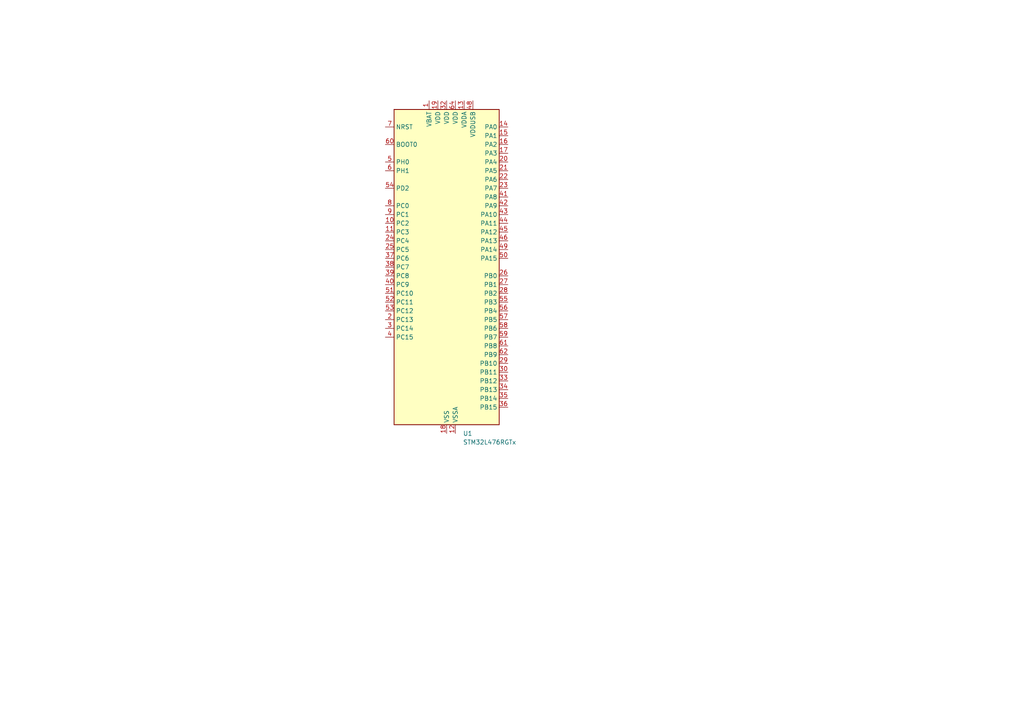
<source format=kicad_sch>
(kicad_sch (version 20231120) (generator "eeschema") (generator_version "8.0")
  (paper "A4")
  (lib_symbols
    (symbol "MCU_ST_STM32L4:STM32L476RGTx"
      (property "Reference" "U" (at -15.24 46.99 0))
      (property "Value" "STM32L476RGTx" (at 10.16 46.99 0))
      (symbol "STM32L476RGTx_0_1"
        (rectangle (start -15.24 -45.72) (end 15.24 45.72) (stroke (width 0.254)) (fill (type background)))
      )
      (symbol "STM32L476RGTx_1_1"
        (pin power_in line (at -5.08 48.26 270) (length 2.54) (name "VBAT") (number "1"))
        (pin bidirectional line (at -17.78 12.7 0) (length 2.54) (name "PC2") (number "10"))
        (pin bidirectional line (at -17.78 10.16 0) (length 2.54) (name "PC3") (number "11"))
        (pin power_in line (at 2.54 -48.26 90) (length 2.54) (name "VSSA") (number "12"))
        (pin power_in line (at 5.08 48.26 270) (length 2.54) (name "VDDA") (number "13"))
        (pin bidirectional line (at 17.78 40.64 180) (length 2.54) (name "PA0") (number "14"))
        (pin bidirectional line (at 17.78 38.1 180) (length 2.54) (name "PA1") (number "15"))
        (pin bidirectional line (at 17.78 35.56 180) (length 2.54) (name "PA2") (number "16"))
        (pin bidirectional line (at 17.78 33.02 180) (length 2.54) (name "PA3") (number "17"))
        (pin power_in line (at 0 -48.26 90) (length 2.54) (name "VSS") (number "18"))
        (pin power_in line (at -2.54 48.26 270) (length 2.54) (name "VDD") (number "19"))
        (pin bidirectional line (at -17.78 -15.24 0) (length 2.54) (name "PC13") (number "2"))
        (pin bidirectional line (at 17.78 30.48 180) (length 2.54) (name "PA4") (number "20"))
        (pin bidirectional line (at 17.78 27.94 180) (length 2.54) (name "PA5") (number "21"))
        (pin bidirectional line (at 17.78 25.4 180) (length 2.54) (name "PA6") (number "22"))
        (pin bidirectional line (at 17.78 22.86 180) (length 2.54) (name "PA7") (number "23"))
        (pin bidirectional line (at -17.78 7.62 0) (length 2.54) (name "PC4") (number "24"))
        (pin bidirectional line (at -17.78 5.08 0) (length 2.54) (name "PC5") (number "25"))
        (pin bidirectional line (at 17.78 -2.54 180) (length 2.54) (name "PB0") (number "26"))
        (pin bidirectional line (at 17.78 -5.08 180) (length 2.54) (name "PB1") (number "27"))
        (pin bidirectional line (at 17.78 -7.62 180) (length 2.54) (name "PB2") (number "28"))
        (pin bidirectional line (at 17.78 -27.94 180) (length 2.54) (name "PB10") (number "29"))
        (pin bidirectional line (at -17.78 -17.78 0) (length 2.54) (name "PC14") (number "3"))
        (pin bidirectional line (at 17.78 -30.48 180) (length 2.54) (name "PB11") (number "30"))
        (pin passive line (at 0 -48.26 90) (length 2.54) hide (name "VSS") (number "31"))
        (pin power_in line (at 0 48.26 270) (length 2.54) (name "VDD") (number "32"))
        (pin bidirectional line (at 17.78 -33.02 180) (length 2.54) (name "PB12") (number "33"))
        (pin bidirectional line (at 17.78 -35.56 180) (length 2.54) (name "PB13") (number "34"))
        (pin bidirectional line (at 17.78 -38.1 180) (length 2.54) (name "PB14") (number "35"))
        (pin bidirectional line (at 17.78 -40.64 180) (length 2.54) (name "PB15") (number "36"))
        (pin bidirectional line (at -17.78 2.54 0) (length 2.54) (name "PC6") (number "37"))
        (pin bidirectional line (at -17.78 0 0) (length 2.54) (name "PC7") (number "38"))
        (pin bidirectional line (at -17.78 -2.54 0) (length 2.54) (name "PC8") (number "39"))
        (pin bidirectional line (at -17.78 -20.32 0) (length 2.54) (name "PC15") (number "4"))
        (pin bidirectional line (at -17.78 -5.08 0) (length 2.54) (name "PC9") (number "40"))
        (pin bidirectional line (at 17.78 20.32 180) (length 2.54) (name "PA8") (number "41"))
        (pin bidirectional line (at 17.78 17.78 180) (length 2.54) (name "PA9") (number "42"))
        (pin bidirectional line (at 17.78 15.24 180) (length 2.54) (name "PA10") (number "43"))
        (pin bidirectional line (at 17.78 12.7 180) (length 2.54) (name "PA11") (number "44"))
        (pin bidirectional line (at 17.78 10.16 180) (length 2.54) (name "PA12") (number "45"))
        (pin bidirectional line (at 17.78 7.62 180) (length 2.54) (name "PA13") (number "46"))
        (pin passive line (at 0 -48.26 90) (length 2.54) hide (name "VSS") (number "47"))
        (pin power_in line (at 7.62 48.26 270) (length 2.54) (name "VDDUSB") (number "48"))
        (pin bidirectional line (at 17.78 5.08 180) (length 2.54) (name "PA14") (number "49"))
        (pin bidirectional line (at -17.78 30.48 0) (length 2.54) (name "PH0") (number "5"))
        (pin bidirectional line (at 17.78 2.54 180) (length 2.54) (name "PA15") (number "50"))
        (pin bidirectional line (at -17.78 -7.62 0) (length 2.54) (name "PC10") (number "51"))
        (pin bidirectional line (at -17.78 -10.16 0) (length 2.54) (name "PC11") (number "52"))
        (pin bidirectional line (at -17.78 -12.7 0) (length 2.54) (name "PC12") (number "53"))
        (pin bidirectional line (at -17.78 22.86 0) (length 2.54) (name "PD2") (number "54"))
        (pin bidirectional line (at 17.78 -10.16 180) (length 2.54) (name "PB3") (number "55"))
        (pin bidirectional line (at 17.78 -12.7 180) (length 2.54) (name "PB4") (number "56"))
        (pin bidirectional line (at 17.78 -15.24 180) (length 2.54) (name "PB5") (number "57"))
        (pin bidirectional line (at 17.78 -17.78 180) (length 2.54) (name "PB6") (number "58"))
        (pin bidirectional line (at 17.78 -20.32 180) (length 2.54) (name "PB7") (number "59"))
        (pin bidirectional line (at -17.78 27.94 0) (length 2.54) (name "PH1") (number "6"))
        (pin input line (at -17.78 35.56 0) (length 2.54) (name "BOOT0") (number "60"))
        (pin bidirectional line (at 17.78 -22.86 180) (length 2.54) (name "PB8") (number "61"))
        (pin bidirectional line (at 17.78 -25.4 180) (length 2.54) (name "PB9") (number "62"))
        (pin passive line (at 0 -48.26 90) (length 2.54) hide (name "VSS") (number "63"))
        (pin power_in line (at 2.54 48.26 270) (length 2.54) (name "VDD") (number "64"))
        (pin input line (at -17.78 40.64 0) (length 2.54) (name "NRST") (number "7"))
        (pin bidirectional line (at -17.78 17.78 0) (length 2.54) (name "PC0") (number "8"))
        (pin bidirectional line (at -17.78 15.24 0) (length 2.54) (name "PC1") (number "9"))
      )
    )
  )
  (symbol (lib_id "MCU_ST_STM32L4:STM32L476RGTx") (at 129.54 77.47 0) (unit 1)
    (property "Reference" "U1" (at 134.2741 125.73 0) (effects (justify left)))
    (property "Value" "STM32L476RGTx" (at 134.2741 128.27 0) (effects (justify left)))
    (property "Footprint" "Package_QFP:LQFP-64_10x10mm_P0.5mm" (effects (hide yes)))
    (property "Datasheet" "https://www.st.com/resource/en/datasheet/stm32l476rg.pdf" (effects (hide yes)))
    (property "Description" "STMicroelectronics Arm Cortex-M4 MCU, 1024KB flash, 128KB RAM, 80 MHz, 1.71-3.6V, 51 GPIO, LQFP64" (effects (hide yes)))
  )
)
</source>
